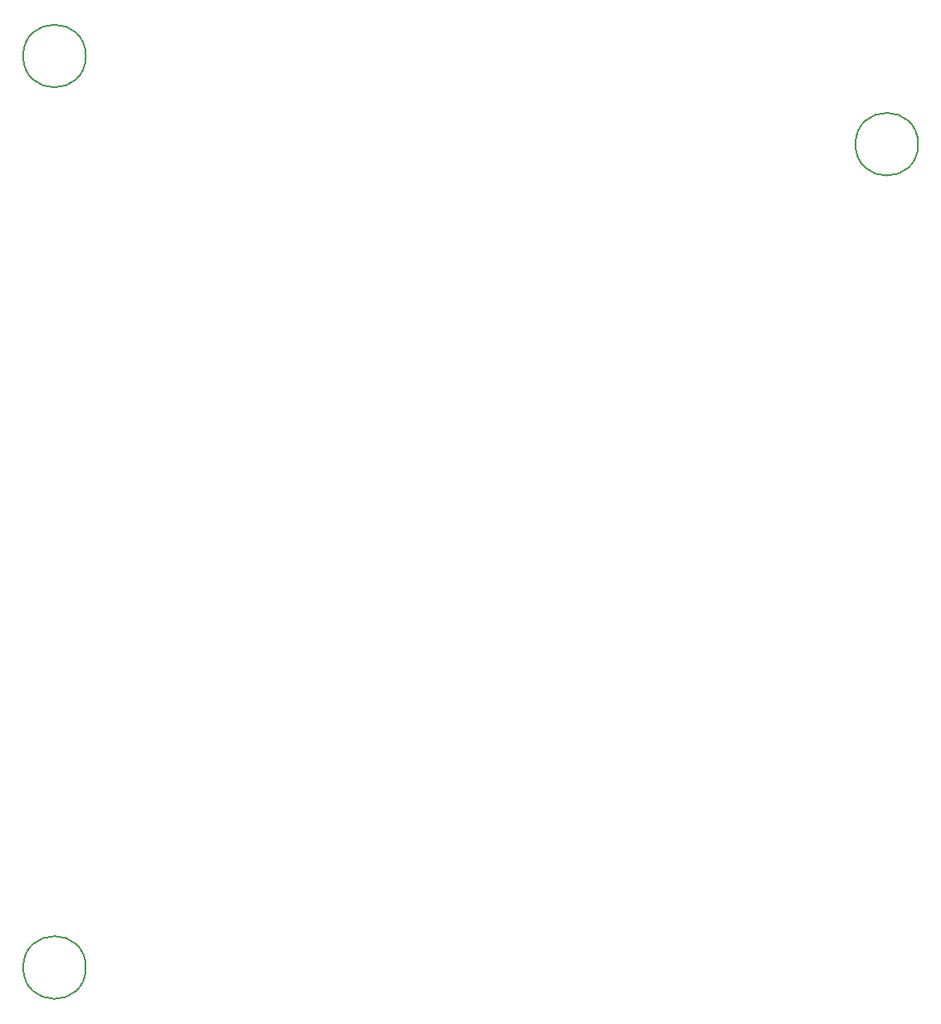
<source format=gbr>
G04 #@! TF.GenerationSoftware,KiCad,Pcbnew,7.0.0-rc2-unknown-92a61b187f~165~ubuntu22.04.1*
G04 #@! TF.CreationDate,2023-02-10T23:31:28-05:00*
G04 #@! TF.ProjectId,pmf_b1,706d665f-6231-42e6-9b69-6361645f7063,rev?*
G04 #@! TF.SameCoordinates,Original*
G04 #@! TF.FileFunction,Other,Comment*
%FSLAX46Y46*%
G04 Gerber Fmt 4.6, Leading zero omitted, Abs format (unit mm)*
G04 Created by KiCad (PCBNEW 7.0.0-rc2-unknown-92a61b187f~165~ubuntu22.04.1) date 2023-02-10 23:31:28*
%MOMM*%
%LPD*%
G01*
G04 APERTURE LIST*
%ADD10C,0.150000*%
G04 APERTURE END LIST*
D10*
G04 #@! TO.C,H3*
X108200000Y-124000000D02*
G75*
G03*
X108200000Y-124000000I-3200000J0D01*
G01*
G04 #@! TO.C,H2*
X193200000Y-40000000D02*
G75*
G03*
X193200000Y-40000000I-3200000J0D01*
G01*
G04 #@! TO.C,H1*
X108200000Y-31000000D02*
G75*
G03*
X108200000Y-31000000I-3200000J0D01*
G01*
G04 #@! TD*
M02*

</source>
